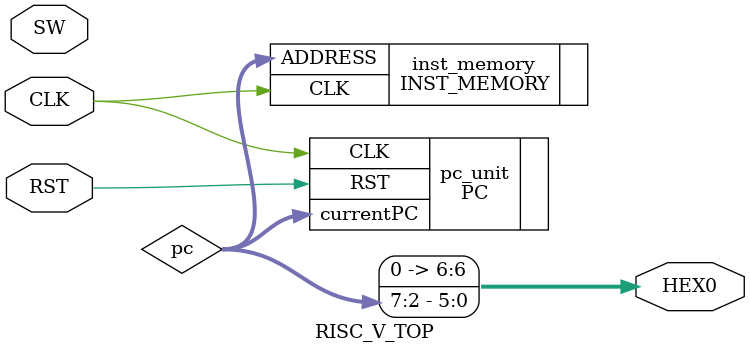
<source format=v>
/* Copyright(C) 2017 Cobac.Net All Rights Reserved. */
/* chapter: 第2章                                   */
/* project: SEG7DEC                                 */
/* outline: スイッチ入力による7セグメントLED表示    */

module RISC_V_TOP (
	 input		 CLK,
	 input		 RST,
    input       [3:0]   SW,
    output reg  [6:0]   HEX0
);

wire [31:0] pc;

/* 7セグメント表示デコーダ              */
/* 各セグメントはgfedcbaの並びで0で点灯 */

always @* begin
  HEX0 = pc[7:2];
end


// assign HEX0 = pc[8:2];

PC pc_unit(.CLK(CLK),.RST(RST),.currentPC(pc));
INST_MEMORY inst_memory(.CLK(CLK),.ADDRESS(pc));

endmodule
</source>
